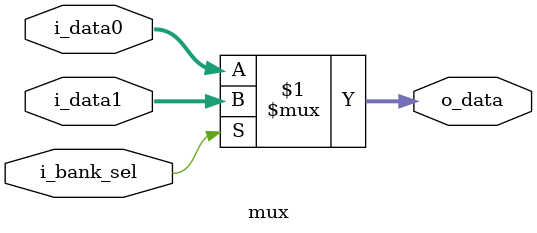
<source format=v>
module mux
#(
    parameter DWIDTH = 32
)
(
    input  [DWIDTH-1:0] i_data0,
    input  [DWIDTH-1:0] i_data1,
    input               i_bank_sel,
    output [DWIDTH-1:0] o_data
);
    assign o_data = (i_bank_sel) ? i_data1 : i_data0;

endmodule
</source>
